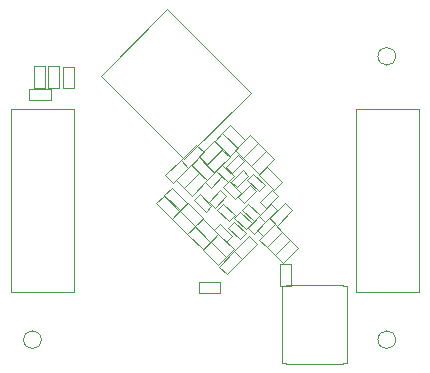
<source format=gbr>
%TF.GenerationSoftware,KiCad,Pcbnew,9.0.2*%
%TF.CreationDate,2025-11-05T17:07:52-08:00*%
%TF.ProjectId,pico2-nx-module,7069636f-322d-46e7-982d-6d6f64756c65,rev?*%
%TF.SameCoordinates,Original*%
%TF.FileFunction,Other,User*%
%FSLAX46Y46*%
G04 Gerber Fmt 4.6, Leading zero omitted, Abs format (unit mm)*
G04 Created by KiCad (PCBNEW 9.0.2) date 2025-11-05 17:07:52*
%MOMM*%
%LPD*%
G01*
G04 APERTURE LIST*
%ADD10C,0.050000*%
%ADD11C,0.100000*%
G04 APERTURE END LIST*
D10*
%TO.C,C47*%
X117581264Y-83673761D02*
X118076239Y-84168736D01*
X118076239Y-84168736D02*
X119066188Y-83178787D01*
X118571213Y-82683812D02*
X117581264Y-83673761D01*
X119066188Y-83178787D02*
X118571213Y-82683812D01*
%TO.C,FB7*%
X116123031Y-88063569D02*
X117409965Y-89350503D01*
X116773569Y-87413031D02*
X116123031Y-88063569D01*
X117409965Y-89350503D02*
X118060503Y-88699965D01*
X118060503Y-88699965D02*
X116773569Y-87413031D01*
%TO.C,C33*%
X116673812Y-85168787D02*
X117663761Y-86158736D01*
X117168787Y-84673812D02*
X116673812Y-85168787D01*
X117663761Y-86158736D02*
X118158736Y-85663761D01*
X118158736Y-85663761D02*
X117168787Y-84673812D01*
%TO.C,C36*%
X119573812Y-87498787D02*
X120563761Y-88488736D01*
X120068787Y-87003812D02*
X119573812Y-87498787D01*
X120563761Y-88488736D02*
X121058736Y-87993761D01*
X121058736Y-87993761D02*
X120068787Y-87003812D01*
%TO.C,FB9*%
X118430675Y-80171213D02*
X119717609Y-81458147D01*
X119081213Y-79520675D02*
X118430675Y-80171213D01*
X119717609Y-81458147D02*
X120368147Y-80807609D01*
X120368147Y-80807609D02*
X119081213Y-79520675D01*
%TO.C,C45*%
X121193812Y-83438787D02*
X122183761Y-84428736D01*
X121688787Y-82943812D02*
X121193812Y-83438787D01*
X122183761Y-84428736D02*
X122678736Y-83933761D01*
X122678736Y-83933761D02*
X121688787Y-82943812D01*
%TO.C,C38*%
X118373812Y-87698787D02*
X119363761Y-88688736D01*
X118868787Y-87203812D02*
X118373812Y-87698787D01*
X119363761Y-88688736D02*
X119858736Y-88193761D01*
X119858736Y-88193761D02*
X118868787Y-87203812D01*
%TO.C,C27*%
X115481853Y-86062391D02*
X116768787Y-87349325D01*
X116132391Y-85411853D02*
X115481853Y-86062391D01*
X116768787Y-87349325D02*
X117419325Y-86698787D01*
X117419325Y-86698787D02*
X116132391Y-85411853D01*
%TO.C,C41*%
X121510675Y-82328787D02*
X122161213Y-82979325D01*
X122161213Y-82979325D02*
X123448147Y-81692391D01*
X122797609Y-81041853D02*
X121510675Y-82328787D01*
X123448147Y-81692391D02*
X122797609Y-81041853D01*
%TO.C,FB4*%
X115165467Y-83506267D02*
X115816005Y-84156805D01*
X115816005Y-84156805D02*
X117102939Y-82869871D01*
X116452401Y-82219333D02*
X115165467Y-83506267D01*
X117102939Y-82869871D02*
X116452401Y-82219333D01*
%TO.C,C12*%
X120080705Y-86658018D02*
X121070654Y-87647967D01*
X120575680Y-86163043D02*
X120080705Y-86658018D01*
X121070654Y-87647967D02*
X121565629Y-87152992D01*
X121565629Y-87152992D02*
X120575680Y-86163043D01*
%TO.C,C76*%
X122181264Y-86513761D02*
X122676239Y-87008736D01*
X122676239Y-87008736D02*
X123666188Y-86018787D01*
X123171213Y-85523812D02*
X122181264Y-86513761D01*
X123666188Y-86018787D02*
X123171213Y-85523812D01*
%TO.C,FB5*%
X117430675Y-89381213D02*
X118717609Y-90668147D01*
X118081213Y-88730675D02*
X117430675Y-89381213D01*
X118717609Y-90668147D02*
X119368147Y-90017609D01*
X119368147Y-90017609D02*
X118081213Y-88730675D01*
%TO.C,R8*%
X103110001Y-73839998D02*
X103110001Y-75699998D01*
X103110001Y-75699998D02*
X104050001Y-75699998D01*
X104050001Y-73839998D02*
X103110001Y-73839998D01*
X104050001Y-75699998D02*
X104050001Y-73839998D01*
%TO.C,C15*%
X119801264Y-83613761D02*
X120296239Y-84108736D01*
X120296239Y-84108736D02*
X121286188Y-83118787D01*
X120791213Y-82623812D02*
X119801264Y-83613761D01*
X121286188Y-83118787D02*
X120791213Y-82623812D01*
%TO.C,C83*%
X122023812Y-87711213D02*
X122518787Y-88206188D01*
X122518787Y-88206188D02*
X123508736Y-87216239D01*
X123013761Y-86721264D02*
X122023812Y-87711213D01*
X123508736Y-87216239D02*
X123013761Y-86721264D01*
%TO.C,C13*%
X121223812Y-87541213D02*
X121718787Y-88036188D01*
X121718787Y-88036188D02*
X122708736Y-87046239D01*
X122213761Y-86551264D02*
X121223812Y-87541213D01*
X122708736Y-87046239D02*
X122213761Y-86551264D01*
%TO.C,C7*%
X120820675Y-81638787D02*
X121471213Y-82289325D01*
X121471213Y-82289325D02*
X122758147Y-81002391D01*
X122107609Y-80351853D02*
X120820675Y-81638787D01*
X122758147Y-81002391D02*
X122107609Y-80351853D01*
%TO.C,C46*%
X119391264Y-82383761D02*
X119886239Y-82878736D01*
X119886239Y-82878736D02*
X120876188Y-81888787D01*
X120381213Y-81393812D02*
X119391264Y-82383761D01*
X120876188Y-81888787D02*
X120381213Y-81393812D01*
%TO.C,C43*%
X122865685Y-89182557D02*
X123516223Y-89833095D01*
X123516223Y-89833095D02*
X124803157Y-88546161D01*
X124152619Y-87895623D02*
X122865685Y-89182557D01*
X124803157Y-88546161D02*
X124152619Y-87895623D01*
%TO.C,C39*%
X116469034Y-82208885D02*
X117755968Y-83495819D01*
X117119572Y-81558347D02*
X116469034Y-82208885D01*
X117755968Y-83495819D02*
X118406506Y-82845281D01*
X118406506Y-82845281D02*
X117119572Y-81558347D01*
%TO.C,C29*%
X122201853Y-83022391D02*
X123488787Y-84309325D01*
X122852391Y-82371853D02*
X122201853Y-83022391D01*
X123488787Y-84309325D02*
X124139325Y-83658787D01*
X124139325Y-83658787D02*
X122852391Y-82371853D01*
%TO.C,FB6*%
X114823949Y-86762952D02*
X116110883Y-88049886D01*
X115474487Y-86112414D02*
X114823949Y-86762952D01*
X116110883Y-88049886D02*
X116761421Y-87399348D01*
X116761421Y-87399348D02*
X115474487Y-86112414D01*
%TO.C,C42*%
X119070675Y-79491213D02*
X120357609Y-80778147D01*
X119721213Y-78840675D02*
X119070675Y-79491213D01*
X120357609Y-80778147D02*
X121008147Y-80127609D01*
X121008147Y-80127609D02*
X119721213Y-78840675D01*
%TO.C,C37*%
X118553767Y-82676660D02*
X119543716Y-83666609D01*
X119048742Y-82181685D02*
X118553767Y-82676660D01*
X119543716Y-83666609D02*
X120038691Y-83171634D01*
X120038691Y-83171634D02*
X119048742Y-82181685D01*
%TO.C,U4*%
X124150400Y-92458985D02*
X124150400Y-98958985D01*
X124150400Y-98958985D02*
X124490400Y-98958985D01*
X124490400Y-92378985D02*
X124490400Y-92458985D01*
X124490400Y-92458985D02*
X124150400Y-92458985D01*
X124490400Y-98958985D02*
X124490400Y-99038985D01*
X124490400Y-99038985D02*
X129310400Y-99038985D01*
X129310400Y-92378985D02*
X124490400Y-92378985D01*
X129310400Y-92458985D02*
X129310400Y-92378985D01*
X129310400Y-98958985D02*
X129650400Y-98958985D01*
X129310400Y-99038985D02*
X129310400Y-98958985D01*
X129650400Y-92458985D02*
X129310400Y-92458985D01*
X129650400Y-98958985D02*
X129650400Y-92458985D01*
D11*
%TO.C,J2*%
X130370000Y-77440000D02*
X130370000Y-92960000D01*
X130370000Y-92960000D02*
X135740000Y-92960000D01*
X135740000Y-77440000D02*
X130370000Y-77440000D01*
X135740000Y-92960000D02*
X135740000Y-77440000D01*
D10*
%TO.C,FB8*%
X122214987Y-88516565D02*
X122865525Y-89167103D01*
X122865525Y-89167103D02*
X124152459Y-87880169D01*
X123501921Y-87229631D02*
X122214987Y-88516565D01*
X124152459Y-87880169D02*
X123501921Y-87229631D01*
%TO.C,FID6*%
X133750000Y-73000000D02*
G75*
G02*
X132250000Y-73000000I-750000J0D01*
G01*
X132250000Y-73000000D02*
G75*
G02*
X133750000Y-73000000I750000J0D01*
G01*
%TO.C,C81*%
X119131264Y-84076239D02*
X120121213Y-85066188D01*
X119626239Y-83581264D02*
X119131264Y-84076239D01*
X120121213Y-85066188D02*
X120616188Y-84571213D01*
X120616188Y-84571213D02*
X119626239Y-83581264D01*
%TO.C,R12*%
X117060001Y-92080000D02*
X117060001Y-93020000D01*
X117060001Y-93020000D02*
X118920001Y-93020000D01*
X118920001Y-92080000D02*
X117060001Y-92080000D01*
X118920001Y-93020000D02*
X118920001Y-92080000D01*
%TO.C,R3*%
X123980000Y-90560001D02*
X123980000Y-92420001D01*
X123980000Y-92420001D02*
X124920000Y-92420001D01*
X124920000Y-90560001D02*
X123980000Y-90560001D01*
X124920000Y-92420001D02*
X124920000Y-90560001D01*
%TO.C,FID5*%
X103750000Y-97000000D02*
G75*
G02*
X102250000Y-97000000I-750000J0D01*
G01*
X102250000Y-97000000D02*
G75*
G02*
X103750000Y-97000000I750000J0D01*
G01*
%TO.C,C8*%
X118780675Y-90808787D02*
X119431213Y-91459325D01*
X119431213Y-91459325D02*
X120718147Y-90172391D01*
X120067609Y-89521853D02*
X118780675Y-90808787D01*
X120718147Y-90172391D02*
X120067609Y-89521853D01*
%TO.C,FB3*%
X113497495Y-85449532D02*
X114784429Y-86736466D01*
X114148033Y-84798994D02*
X113497495Y-85449532D01*
X114784429Y-86736466D02*
X115434967Y-86085928D01*
X115434967Y-86085928D02*
X114148033Y-84798994D01*
%TO.C,R26*%
X102750005Y-75729998D02*
X102750005Y-76669998D01*
X102750005Y-76669998D02*
X104610005Y-76669998D01*
X104610005Y-75729998D02*
X102750005Y-75729998D01*
X104610005Y-76669998D02*
X104610005Y-75729998D01*
%TO.C,C30*%
X117751552Y-82182710D02*
X118402090Y-82833248D01*
X118402090Y-82833248D02*
X119689024Y-81546314D01*
X119038486Y-80895776D02*
X117751552Y-82182710D01*
X119689024Y-81546314D02*
X119038486Y-80895776D01*
%TO.C,FID7*%
X133750000Y-97000000D02*
G75*
G02*
X132250000Y-97000000I-750000J0D01*
G01*
X132250000Y-97000000D02*
G75*
G02*
X133750000Y-97000000I750000J0D01*
G01*
%TO.C,C35*%
X118653812Y-85978787D02*
X119643761Y-86968736D01*
X119148787Y-85483812D02*
X118653812Y-85978787D01*
X119643761Y-86968736D02*
X120138736Y-86473761D01*
X120138736Y-86473761D02*
X119148787Y-85483812D01*
D11*
%TO.C,J3*%
X101170000Y-77440000D02*
X101170000Y-92960000D01*
X101170000Y-92960000D02*
X106540000Y-92960000D01*
X106540000Y-77440000D02*
X101170000Y-77440000D01*
X106540000Y-92960000D02*
X106540000Y-77440000D01*
D10*
%TO.C,FB2*%
X117100183Y-81471239D02*
X117750721Y-82121777D01*
X117750721Y-82121777D02*
X119037655Y-80834843D01*
X118387117Y-80184305D02*
X117100183Y-81471239D01*
X119037655Y-80834843D02*
X118387117Y-80184305D01*
%TO.C,C40*%
X123524507Y-89833735D02*
X124175045Y-90484273D01*
X124175045Y-90484273D02*
X125461979Y-89197339D01*
X124811441Y-88546801D02*
X123524507Y-89833735D01*
X125461979Y-89197339D02*
X124811441Y-88546801D01*
%TO.C,U13*%
X108766039Y-74662893D02*
X114422893Y-69006039D01*
X114422893Y-69006039D02*
X121493961Y-76077107D01*
X115837107Y-81733961D02*
X108766039Y-74662893D01*
X121493961Y-76077107D02*
X115837107Y-81733961D01*
%TO.C,C44*%
X120771264Y-85986239D02*
X121761213Y-86976188D01*
X121266239Y-85491264D02*
X120771264Y-85986239D01*
X121761213Y-86976188D02*
X122256188Y-86481213D01*
X122256188Y-86481213D02*
X121266239Y-85491264D01*
%TO.C,C24*%
X114250703Y-83058888D02*
X114901241Y-83709426D01*
X114901241Y-83709426D02*
X116188175Y-82422492D01*
X115537637Y-81771954D02*
X114250703Y-83058888D01*
X116188175Y-82422492D02*
X115537637Y-81771954D01*
%TO.C,C26*%
X115827186Y-84143522D02*
X116477724Y-84794060D01*
X116477724Y-84794060D02*
X117764658Y-83507126D01*
X117114120Y-82856588D02*
X115827186Y-84143522D01*
X117764658Y-83507126D02*
X117114120Y-82856588D01*
%TO.C,C28*%
X116780675Y-87401213D02*
X118067609Y-88688147D01*
X117431213Y-86750675D02*
X116780675Y-87401213D01*
X118067609Y-88688147D02*
X118718147Y-88037609D01*
X118718147Y-88037609D02*
X117431213Y-86750675D01*
%TO.C,C11*%
X120141853Y-80957609D02*
X120792391Y-81608147D01*
X120792391Y-81608147D02*
X122079325Y-80321213D01*
X121428787Y-79670675D02*
X120141853Y-80957609D01*
X122079325Y-80321213D02*
X121428787Y-79670675D01*
%TO.C,R18*%
X104300003Y-73839999D02*
X104300003Y-75699999D01*
X104300003Y-75699999D02*
X105240003Y-75699999D01*
X105240003Y-73839999D02*
X104300003Y-73839999D01*
X105240003Y-75699999D02*
X105240003Y-73839999D01*
%TO.C,C34*%
X117931264Y-85323761D02*
X118426239Y-85818736D01*
X118426239Y-85818736D02*
X119416188Y-84828787D01*
X118921213Y-84333812D02*
X117931264Y-85323761D01*
X119416188Y-84828787D02*
X118921213Y-84333812D01*
%TO.C,C32*%
X115551853Y-81767609D02*
X116202391Y-82418147D01*
X116202391Y-82418147D02*
X117489325Y-81131213D01*
X116838787Y-80480675D02*
X115551853Y-81767609D01*
X117489325Y-81131213D02*
X116838787Y-80480675D01*
%TO.C,C10*%
X123070675Y-86678787D02*
X123721213Y-87329325D01*
X123721213Y-87329325D02*
X125008147Y-86042391D01*
X124357609Y-85391853D02*
X123070675Y-86678787D01*
X125008147Y-86042391D02*
X124357609Y-85391853D01*
%TO.C,C9*%
X120061853Y-89527609D02*
X120712391Y-90178147D01*
X120712391Y-90178147D02*
X121999325Y-88891213D01*
X121348787Y-88240675D02*
X120061853Y-89527609D01*
X121999325Y-88891213D02*
X121348787Y-88240675D01*
%TO.C,C3*%
X105590000Y-73869998D02*
X105590000Y-75689998D01*
X105590000Y-75689998D02*
X106510000Y-75689998D01*
X106510000Y-73869998D02*
X105590000Y-73869998D01*
X106510000Y-75689998D02*
X106510000Y-73869998D01*
%TO.C,C84*%
X120415565Y-84922355D02*
X120910540Y-85417330D01*
X120910540Y-85417330D02*
X121900489Y-84427381D01*
X121405514Y-83932406D02*
X120415565Y-84922355D01*
X121900489Y-84427381D02*
X121405514Y-83932406D01*
%TO.C,C25*%
X114177223Y-84762391D02*
X115464157Y-86049325D01*
X114827761Y-84111853D02*
X114177223Y-84762391D01*
X115464157Y-86049325D02*
X116114695Y-85398787D01*
X116114695Y-85398787D02*
X114827761Y-84111853D01*
%TO.C,C31*%
X118101346Y-88711907D02*
X119388280Y-89998841D01*
X118751884Y-88061369D02*
X118101346Y-88711907D01*
X119388280Y-89998841D02*
X120038818Y-89348303D01*
X120038818Y-89348303D02*
X118751884Y-88061369D01*
%TO.C,C14*%
X122294835Y-85344779D02*
X122789810Y-85839754D01*
X122789810Y-85839754D02*
X123779759Y-84849805D01*
X123284784Y-84354830D02*
X122294835Y-85344779D01*
X123779759Y-84849805D02*
X123284784Y-84354830D01*
%TD*%
M02*

</source>
